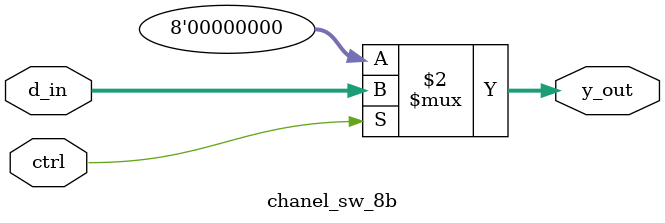
<source format=v>
module chanel_sw_8b(output [7:0] y_out, input [7:0] d_in, input ctrl);
    assign y_out = (ctrl == 1'b1) ?  d_in : 8'h00;
endmodule
</source>
